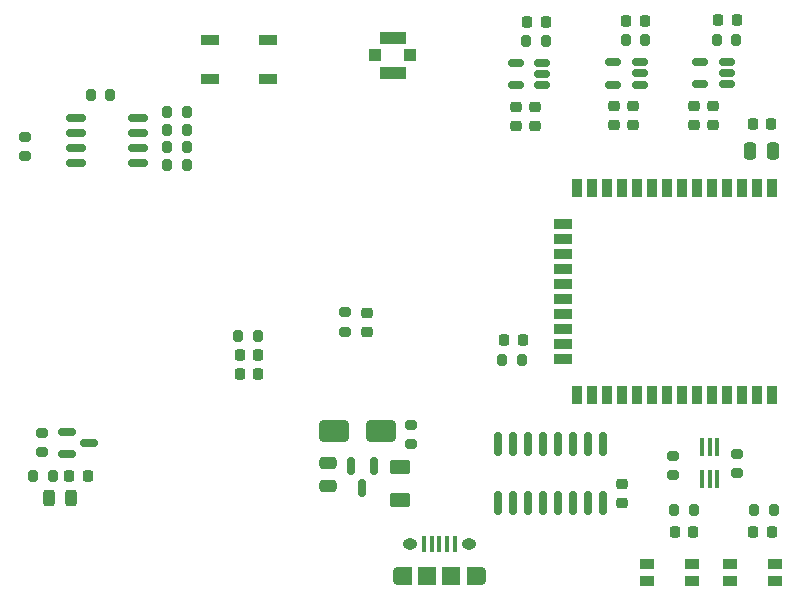
<source format=gtp>
G04 #@! TF.GenerationSoftware,KiCad,Pcbnew,7.0.5-7.0.5~ubuntu20.04.1*
G04 #@! TF.CreationDate,2023-10-16T22:49:32-03:00*
G04 #@! TF.ProjectId,Iguana_V1,49677561-6e61-45f5-9631-2e6b69636164,rev?*
G04 #@! TF.SameCoordinates,Original*
G04 #@! TF.FileFunction,Paste,Top*
G04 #@! TF.FilePolarity,Positive*
%FSLAX46Y46*%
G04 Gerber Fmt 4.6, Leading zero omitted, Abs format (unit mm)*
G04 Created by KiCad (PCBNEW 7.0.5-7.0.5~ubuntu20.04.1) date 2023-10-16 22:49:32*
%MOMM*%
%LPD*%
G01*
G04 APERTURE LIST*
G04 Aperture macros list*
%AMRoundRect*
0 Rectangle with rounded corners*
0 $1 Rounding radius*
0 $2 $3 $4 $5 $6 $7 $8 $9 X,Y pos of 4 corners*
0 Add a 4 corners polygon primitive as box body*
4,1,4,$2,$3,$4,$5,$6,$7,$8,$9,$2,$3,0*
0 Add four circle primitives for the rounded corners*
1,1,$1+$1,$2,$3*
1,1,$1+$1,$4,$5*
1,1,$1+$1,$6,$7*
1,1,$1+$1,$8,$9*
0 Add four rect primitives between the rounded corners*
20,1,$1+$1,$2,$3,$4,$5,0*
20,1,$1+$1,$4,$5,$6,$7,0*
20,1,$1+$1,$6,$7,$8,$9,0*
20,1,$1+$1,$8,$9,$2,$3,0*%
G04 Aperture macros list end*
%ADD10RoundRect,0.218750X-0.218750X-0.256250X0.218750X-0.256250X0.218750X0.256250X-0.218750X0.256250X0*%
%ADD11RoundRect,0.200000X-0.200000X-0.275000X0.200000X-0.275000X0.200000X0.275000X-0.200000X0.275000X0*%
%ADD12RoundRect,0.150000X-0.150000X0.825000X-0.150000X-0.825000X0.150000X-0.825000X0.150000X0.825000X0*%
%ADD13RoundRect,0.250000X-1.000000X-0.650000X1.000000X-0.650000X1.000000X0.650000X-1.000000X0.650000X0*%
%ADD14RoundRect,0.200000X0.275000X-0.200000X0.275000X0.200000X-0.275000X0.200000X-0.275000X-0.200000X0*%
%ADD15RoundRect,0.243750X-0.243750X-0.456250X0.243750X-0.456250X0.243750X0.456250X-0.243750X0.456250X0*%
%ADD16RoundRect,0.150000X-0.587500X-0.150000X0.587500X-0.150000X0.587500X0.150000X-0.587500X0.150000X0*%
%ADD17O,0.890000X1.550000*%
%ADD18O,1.250000X0.950000*%
%ADD19R,0.400000X1.350000*%
%ADD20R,1.200000X1.550000*%
%ADD21R,1.500000X1.550000*%
%ADD22RoundRect,0.200000X-0.275000X0.200000X-0.275000X-0.200000X0.275000X-0.200000X0.275000X0.200000X0*%
%ADD23RoundRect,0.225000X-0.250000X0.225000X-0.250000X-0.225000X0.250000X-0.225000X0.250000X0.225000X0*%
%ADD24RoundRect,0.225000X-0.225000X-0.250000X0.225000X-0.250000X0.225000X0.250000X-0.225000X0.250000X0*%
%ADD25R,0.400000X1.500000*%
%ADD26RoundRect,0.200000X0.200000X0.275000X-0.200000X0.275000X-0.200000X-0.275000X0.200000X-0.275000X0*%
%ADD27RoundRect,0.150000X0.512500X0.150000X-0.512500X0.150000X-0.512500X-0.150000X0.512500X-0.150000X0*%
%ADD28RoundRect,0.250000X-0.250000X-0.475000X0.250000X-0.475000X0.250000X0.475000X-0.250000X0.475000X0*%
%ADD29R,1.250000X0.900000*%
%ADD30RoundRect,0.225000X0.250000X-0.225000X0.250000X0.225000X-0.250000X0.225000X-0.250000X-0.225000X0*%
%ADD31R,0.900000X1.500000*%
%ADD32R,1.500000X0.900000*%
%ADD33RoundRect,0.218750X0.256250X-0.218750X0.256250X0.218750X-0.256250X0.218750X-0.256250X-0.218750X0*%
%ADD34RoundRect,0.250000X0.625000X-0.375000X0.625000X0.375000X-0.625000X0.375000X-0.625000X-0.375000X0*%
%ADD35RoundRect,0.250000X0.475000X-0.250000X0.475000X0.250000X-0.475000X0.250000X-0.475000X-0.250000X0*%
%ADD36R,1.000000X1.000000*%
%ADD37R,2.200000X1.050000*%
%ADD38RoundRect,0.218750X0.218750X0.256250X-0.218750X0.256250X-0.218750X-0.256250X0.218750X-0.256250X0*%
%ADD39RoundRect,0.150000X-0.150000X0.587500X-0.150000X-0.587500X0.150000X-0.587500X0.150000X0.587500X0*%
%ADD40RoundRect,0.150000X0.675000X0.150000X-0.675000X0.150000X-0.675000X-0.150000X0.675000X-0.150000X0*%
G04 APERTURE END LIST*
D10*
X107316310Y-61200000D03*
X108891310Y-61200000D03*
X131637500Y-31400000D03*
X133212500Y-31400000D03*
D11*
X89812500Y-69800000D03*
X91462500Y-69800000D03*
D12*
X138045000Y-67125000D03*
X136775000Y-67125000D03*
X135505000Y-67125000D03*
X134235000Y-67125000D03*
X132965000Y-67125000D03*
X131695000Y-67125000D03*
X130425000Y-67125000D03*
X129155000Y-67125000D03*
X129155000Y-72075000D03*
X130425000Y-72075000D03*
X131695000Y-72075000D03*
X132965000Y-72075000D03*
X134235000Y-72075000D03*
X135505000Y-72075000D03*
X136775000Y-72075000D03*
X138045000Y-72075000D03*
D13*
X115300000Y-66000000D03*
X119300000Y-66000000D03*
D14*
X144000000Y-69775000D03*
X144000000Y-68125000D03*
D15*
X91162500Y-71700000D03*
X93037500Y-71700000D03*
D16*
X92700000Y-66100000D03*
X92700000Y-68000000D03*
X94575000Y-67050000D03*
D17*
X120700000Y-78300000D03*
D18*
X121700000Y-75600000D03*
X126700000Y-75600000D03*
D17*
X127700000Y-78300000D03*
D19*
X122900000Y-75600000D03*
X123550000Y-75600000D03*
X124200000Y-75600000D03*
X124850000Y-75600000D03*
X125500000Y-75600000D03*
D20*
X121300000Y-78300000D03*
D21*
X123200000Y-78300000D03*
X125200000Y-78300000D03*
D20*
X127100000Y-78300000D03*
D22*
X89100000Y-41125000D03*
X89100000Y-42775000D03*
D23*
X140600000Y-38525000D03*
X140600000Y-40075000D03*
D14*
X149450000Y-69575000D03*
X149450000Y-67925000D03*
D24*
X150725000Y-40000000D03*
X152275000Y-40000000D03*
D25*
X147750000Y-67390000D03*
X147100000Y-67390000D03*
X146450000Y-67390000D03*
X146450000Y-70050000D03*
X147100000Y-70050000D03*
X147750000Y-70050000D03*
D26*
X102825000Y-43500000D03*
X101175000Y-43500000D03*
D27*
X141175000Y-36700000D03*
X141175000Y-35750000D03*
X141175000Y-34800000D03*
X138900000Y-34800000D03*
X138900000Y-36700000D03*
D28*
X150550000Y-42300000D03*
X152450000Y-42300000D03*
D10*
X107316310Y-59600000D03*
X108891310Y-59600000D03*
X140012500Y-31325000D03*
X141587500Y-31325000D03*
D27*
X148537500Y-36650000D03*
X148537500Y-35700000D03*
X148537500Y-34750000D03*
X146262500Y-34750000D03*
X146262500Y-36650000D03*
X132937500Y-36750000D03*
X132937500Y-35800000D03*
X132937500Y-34850000D03*
X130662500Y-34850000D03*
X130662500Y-36750000D03*
D23*
X132300000Y-38625000D03*
X132300000Y-40175000D03*
D26*
X133225000Y-33000000D03*
X131575000Y-33000000D03*
D29*
X141775000Y-78750000D03*
X145625000Y-78750000D03*
X141775000Y-77250000D03*
X145625000Y-77250000D03*
D14*
X116250000Y-57625000D03*
X116250000Y-55975000D03*
D23*
X147400000Y-38525000D03*
X147400000Y-40075000D03*
D10*
X129712500Y-58300000D03*
X131287500Y-58300000D03*
D30*
X139700000Y-72075000D03*
X139700000Y-70525000D03*
D31*
X152400000Y-45450000D03*
X151130000Y-45450000D03*
X149860000Y-45450000D03*
X148590000Y-45450000D03*
X147320000Y-45450000D03*
X146050000Y-45450000D03*
X144780000Y-45450000D03*
X143510000Y-45450000D03*
X142240000Y-45450000D03*
X140970000Y-45450000D03*
X139700000Y-45450000D03*
X138430000Y-45450000D03*
X137160000Y-45450000D03*
X135890000Y-45450000D03*
D32*
X134640000Y-48490000D03*
X134640000Y-49760000D03*
X134640000Y-51030000D03*
X134640000Y-52300000D03*
X134640000Y-53570000D03*
X134640000Y-54840000D03*
X134640000Y-56110000D03*
X134640000Y-57380000D03*
X134640000Y-58650000D03*
X134640000Y-59920000D03*
D31*
X135890000Y-62950000D03*
X137160000Y-62950000D03*
X138430000Y-62950000D03*
X139700000Y-62950000D03*
X140970000Y-62950000D03*
X142240000Y-62950000D03*
X143510000Y-62950000D03*
X144780000Y-62950000D03*
X146050000Y-62950000D03*
X147320000Y-62950000D03*
X148590000Y-62950000D03*
X149860000Y-62950000D03*
X151130000Y-62950000D03*
X152400000Y-62950000D03*
D33*
X118100000Y-57600000D03*
X118100000Y-56025000D03*
D22*
X90537500Y-66175000D03*
X90537500Y-67825000D03*
D26*
X145750000Y-72700000D03*
X144100000Y-72700000D03*
D23*
X130700000Y-38625000D03*
X130700000Y-40175000D03*
X145800000Y-38525000D03*
X145800000Y-40075000D03*
D26*
X131200000Y-60000000D03*
X129550000Y-60000000D03*
D34*
X120900000Y-71900000D03*
X120900000Y-69100000D03*
D10*
X147812500Y-31200000D03*
X149387500Y-31200000D03*
D11*
X107178810Y-58000000D03*
X108828810Y-58000000D03*
D26*
X96325000Y-37600000D03*
X94675000Y-37600000D03*
D23*
X139000000Y-38525000D03*
X139000000Y-40075000D03*
D35*
X114800000Y-70650000D03*
X114800000Y-68750000D03*
D26*
X102825000Y-39000000D03*
X101175000Y-39000000D03*
D24*
X144150000Y-74600000D03*
X145700000Y-74600000D03*
D22*
X121800000Y-65475000D03*
X121800000Y-67125000D03*
D26*
X102825000Y-42000000D03*
X101175000Y-42000000D03*
D32*
X104800000Y-32900000D03*
X104800000Y-36200000D03*
X109700000Y-36200000D03*
X109700000Y-32900000D03*
D36*
X121750000Y-34200000D03*
D37*
X120250000Y-35675000D03*
D36*
X118750000Y-34200000D03*
D37*
X120250000Y-32725000D03*
D26*
X102825000Y-40500000D03*
X101175000Y-40500000D03*
D11*
X147675000Y-32900000D03*
X149325000Y-32900000D03*
D24*
X150800000Y-74600000D03*
X152350000Y-74600000D03*
D11*
X139975000Y-32900000D03*
X141625000Y-32900000D03*
D29*
X148775000Y-78750000D03*
X152625000Y-78750000D03*
X148775000Y-77250000D03*
X152625000Y-77250000D03*
D38*
X94425000Y-69800000D03*
X92850000Y-69800000D03*
D39*
X118650000Y-68962500D03*
X116750000Y-68962500D03*
X117700000Y-70837500D03*
D26*
X152500000Y-72700000D03*
X150850000Y-72700000D03*
D40*
X98725000Y-43305000D03*
X98725000Y-42035000D03*
X98725000Y-40765000D03*
X98725000Y-39495000D03*
X93475000Y-39495000D03*
X93475000Y-40765000D03*
X93475000Y-42035000D03*
X93475000Y-43305000D03*
M02*

</source>
